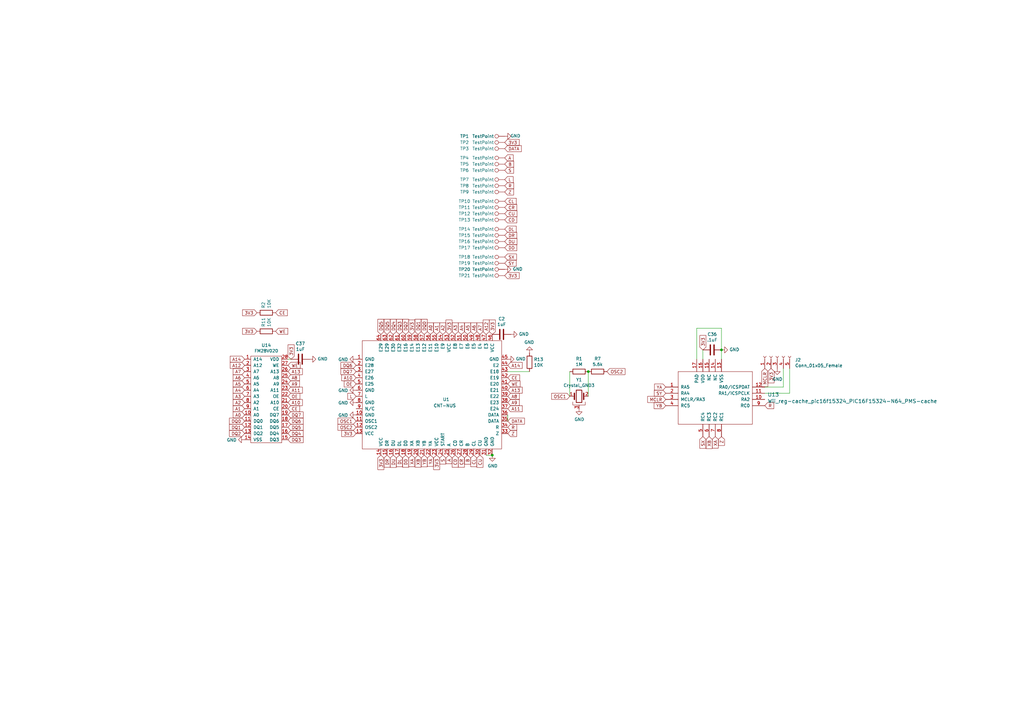
<source format=kicad_sch>
(kicad_sch (version 20231120) (generator "eeschema") (generator_version "8.0")
  (paper "A3")
  (lib_symbols
    (symbol "Connector:TestPoint" (pin_numbers hide) (pin_names (offset 0.762) hide)
      (property "Reference" "TP" (at 0 6.858 0))
      (property "Value" "TestPoint" (at 0 5.08 0))
      (symbol "TestPoint_0_1"
        (circle (center 0 3.302) (radius 0.762))
      )
      (symbol "TestPoint_1_1"
        (pin passive line (at 0 0 90) (length 2.54) (name "1") (number "1"))
      )
    )
    (symbol "Device:C" (pin_numbers hide) (pin_names (offset 0.254))
      (property "Reference" "C" (at 0.635 2.54 0))
      (property "Value" "C" (at 0.635 -2.54 0))
      (symbol "C_0_1"
        (polyline (pts (xy -2.032 -0.762) (xy 2.032 -0.762)) (stroke (width 0.508)))
        (polyline (pts (xy -2.032 0.762) (xy 2.032 0.762)) (stroke (width 0.508)))
      )
      (symbol "C_1_1"
        (pin passive line (at 0 3.81 270) (length 2.794) (name "~") (number "1"))
        (pin passive line (at 0 -3.81 90) (length 2.794) (name "~") (number "2"))
      )
    )
    (symbol "Device:Crystal_GND3" (pin_names (offset 1.016) hide)
      (property "Reference" "Y" (at 0 5.715 0))
      (property "Value" "Crystal_GND3" (at 0 3.81 0))
      (symbol "Crystal_GND3_0_1"
        (rectangle (start -1.143 2.54) (end 1.143 -2.54) (stroke (width 0.3048)))
        (polyline (pts (xy -2.54 0) (xy -1.905 0)))
        (polyline (pts (xy -1.905 -1.27) (xy -1.905 1.27)) (stroke (width 0.508)))
        (polyline (pts (xy 0 -3.81) (xy 0 -3.556)))
        (polyline (pts (xy 1.905 0) (xy 2.54 0)))
        (polyline (pts (xy 1.905 1.27) (xy 1.905 -1.27)) (stroke (width 0.508)))
        (polyline (pts (xy -2.54 -2.286) (xy -2.54 -3.556) (xy 2.54 -3.556) (xy 2.54 -2.286)))
      )
      (symbol "Crystal_GND3_1_1"
        (pin passive line (at -3.81 0 0) (length 1.27) (name "1") (number "1"))
        (pin passive line (at 3.81 0 180) (length 1.27) (name "2") (number "2"))
        (pin passive line (at 0 -5.08 90) (length 1.27) (name "3") (number "3"))
      )
    )
    (symbol "Device:R" (pin_numbers hide) (pin_names (offset 0))
      (property "Reference" "R" (at 2.032 0 90))
      (property "Value" "R" (at 0 0 90))
      (symbol "R_0_1"
        (rectangle (start -1.016 -2.54) (end 1.016 2.54) (stroke (width 0.254)))
      )
      (symbol "R_1_1"
        (pin passive line (at 0 3.81 270) (length 1.27) (name "~") (number "1"))
        (pin passive line (at 0 -3.81 90) (length 1.27) (name "~") (number "2"))
      )
    )
    (symbol "N64SP PCB-rescue:Conn_01x05_Female-Connector" (pin_names (offset 1.016) hide)
      (property "Reference" "J" (at 0 7.62 0))
      (property "Value" "Connector_Conn_01x05_Female" (at 0 -7.62 0))
      (symbol "Conn_01x05_Female-Connector_1_1"
        (arc (start 0 -4.572) (mid -0.5058 -5.08) (end 0 -5.588) (stroke (width 0.1524)))
        (arc (start 0 -2.032) (mid -0.5058 -2.54) (end 0 -3.048) (stroke (width 0.1524)))
        (polyline (pts (xy -1.27 -5.08) (xy -0.508 -5.08)) (stroke (width 0.1524)))
        (polyline (pts (xy -1.27 -2.54) (xy -0.508 -2.54)) (stroke (width 0.1524)))
        (polyline (pts (xy -1.27 0) (xy -0.508 0)) (stroke (width 0.1524)))
        (polyline (pts (xy -1.27 2.54) (xy -0.508 2.54)) (stroke (width 0.1524)))
        (polyline (pts (xy -1.27 5.08) (xy -0.508 5.08)) (stroke (width 0.1524)))
        (arc (start 0 0.508) (mid -0.5058 0) (end 0 -0.508) (stroke (width 0.1524)))
        (arc (start 0 3.048) (mid -0.5058 2.54) (end 0 2.032) (stroke (width 0.1524)))
        (arc (start 0 5.588) (mid -0.5058 5.08) (end 0 4.572) (stroke (width 0.1524)))
        (pin passive line (at -5.08 5.08 0) (length 3.81) (name "Pin_1") (number "1"))
        (pin passive line (at -5.08 2.54 0) (length 3.81) (name "Pin_2") (number "2"))
        (pin passive line (at -5.08 0 0) (length 3.81) (name "Pin_3") (number "3"))
        (pin passive line (at -5.08 -2.54 0) (length 3.81) (name "Pin_4") (number "4"))
        (pin passive line (at -5.08 -5.08 0) (length 3.81) (name "Pin_5") (number "5"))
      )
    )
    (symbol "N64SP-PCB-rescue:16F15324-N64_PMS-cache-N64SP-PCB-rescue" (pin_names (offset 1.016))
      (property "Reference" "U" (at 16.51 10.16 0))
      (property "Value" "16F15324-N64_PMS-cache-N64SP-PCB-rescue" (at 3.81 -2.54 0))
      (symbol "16F15324-N64_PMS-cache-N64SP-PCB-rescue_0_1"
        (rectangle (start -11.43 11.43) (end 19.05 -10.16))
      )
      (symbol "16F15324-N64_PMS-cache-N64SP-PCB-rescue_1_1"
        (pin input line (at -16.51 5.08 0) (length 5.08) (name "RA5") (number "1"))
        (pin input line (at 24.13 0 180) (length 5.08) (name "RA2") (number "10"))
        (pin input line (at 24.13 2.54 180) (length 5.08) (name "RA1/ICSPCLK") (number "11"))
        (pin input line (at 24.13 5.08 180) (length 5.08) (name "RA0/ICSPDAT") (number "12"))
        (pin input line (at 6.35 16.51 270) (length 5.08) (name "VSS") (number "13"))
        (pin input line (at 3.81 16.51 270) (length 5.08) (name "NC") (number "14"))
        (pin input line (at 1.27 16.51 270) (length 5.08) (name "NC") (number "15"))
        (pin input line (at -1.27 16.51 270) (length 5.08) (name "VDD") (number "16"))
        (pin input line (at -3.81 16.51 270) (length 5.08) (name "PAD") (number "17"))
        (pin input line (at -16.51 2.54 0) (length 5.08) (name "RA4") (number "2"))
        (pin input line (at -16.51 0 0) (length 5.08) (name "MCLR/RA3") (number "3"))
        (pin input line (at -16.51 -2.54 0) (length 5.08) (name "RC5") (number "4"))
        (pin input line (at -1.27 -15.24 90) (length 5.08) (name "RC4") (number "5"))
        (pin input line (at 1.27 -15.24 90) (length 5.08) (name "RC3") (number "6"))
        (pin input line (at 3.81 -15.24 90) (length 5.08) (name "RC2") (number "7"))
        (pin input line (at 6.35 -15.24 90) (length 5.08) (name "RC1") (number "8"))
        (pin input line (at 24.13 -2.54 180) (length 5.08) (name "RC0") (number "9"))
      )
    )
    (symbol "N64SP-PCB-rescue:CNT-NUS-N64SP_parts-N64SP-PCB-rescue-N64SP-PCB-rescue" (pin_names (offset 1.016))
      (property "Reference" "U" (at 33.02 -24.13 0))
      (property "Value" "CNT-NUS-N64SP_parts-N64SP-PCB-rescue-N64SP-PCB-rescue" (at 33.02 -21.59 0))
      (symbol "CNT-NUS-N64SP_parts-N64SP-PCB-rescue-N64SP-PCB-rescue_0_1"
        (rectangle (start -29.21 -21.59) (end 27.94 22.86))
      )
      (symbol "CNT-NUS-N64SP_parts-N64SP-PCB-rescue-N64SP-PCB-rescue_1_1"
        (pin input line (at -31.75 15.24 0) (length 2.54) (name "GND") (number "1"))
        (pin input line (at -31.75 -7.62 0) (length 2.54) (name "GND") (number "10"))
        (pin input line (at -31.75 -10.16 0) (length 2.54) (name "OSC1") (number "11"))
        (pin input line (at -31.75 -12.7 0) (length 2.54) (name "OSC2") (number "12"))
        (pin input line (at -31.75 -15.24 0) (length 2.54) (name "VCC") (number "13"))
        (pin input line (at -21.59 -24.13 90) (length 2.54) (name "VCC") (number "14"))
        (pin input line (at -19.05 -24.13 90) (length 2.54) (name "DR") (number "15"))
        (pin input line (at -16.51 -24.13 90) (length 2.54) (name "DU") (number "16"))
        (pin input line (at -13.97 -24.13 90) (length 2.54) (name "DL") (number "17"))
        (pin input line (at -11.43 -24.13 90) (length 2.54) (name "DD") (number "18"))
        (pin input line (at -8.89 -24.13 90) (length 2.54) (name "XA") (number "19"))
        (pin input line (at -31.75 12.7 0) (length 2.54) (name "E28") (number "2"))
        (pin input line (at -6.35 -24.13 90) (length 2.54) (name "XB") (number "20"))
        (pin input line (at -3.81 -24.13 90) (length 2.54) (name "YB") (number "21"))
        (pin input line (at -1.27 -24.13 90) (length 2.54) (name "YA") (number "22"))
        (pin input line (at 1.27 -24.13 90) (length 2.54) (name "VCC") (number "23"))
        (pin input line (at 3.81 -24.13 90) (length 2.54) (name "START") (number "24"))
        (pin input line (at 6.35 -24.13 90) (length 2.54) (name "A") (number "25"))
        (pin input line (at 8.89 -24.13 90) (length 2.54) (name "CD") (number "26"))
        (pin input line (at 11.43 -24.13 90) (length 2.54) (name "CR") (number "27"))
        (pin input line (at 13.97 -24.13 90) (length 2.54) (name "B") (number "28"))
        (pin input line (at 16.51 -24.13 90) (length 2.54) (name "CL") (number "29"))
        (pin input line (at -31.75 10.16 0) (length 2.54) (name "E27") (number "3"))
        (pin input line (at 19.05 -24.13 90) (length 2.54) (name "CU") (number "30"))
        (pin input line (at 21.59 -24.13 90) (length 2.54) (name "GND") (number "31"))
        (pin input line (at 24.13 -24.13 90) (length 2.54) (name "GND") (number "32"))
        (pin input line (at 30.48 -15.24 180) (length 2.54) (name "Z") (number "33"))
        (pin input line (at 30.48 -12.7 180) (length 2.54) (name "R") (number "34"))
        (pin input line (at 30.48 -10.16 180) (length 2.54) (name "DATA") (number "35"))
        (pin input line (at 30.48 -7.62 180) (length 2.54) (name "DATA") (number "36"))
        (pin input line (at 30.48 -5.08 180) (length 2.54) (name "E24") (number "37"))
        (pin input line (at 30.48 -2.54 180) (length 2.54) (name "E23") (number "38"))
        (pin input line (at 30.48 0 180) (length 2.54) (name "E22") (number "39"))
        (pin input line (at -31.75 7.62 0) (length 2.54) (name "E26") (number "4"))
        (pin input line (at 30.48 2.54 180) (length 2.54) (name "E21") (number "40"))
        (pin input line (at 30.48 5.08 180) (length 2.54) (name "E20") (number "41"))
        (pin input line (at 30.48 7.62 180) (length 2.54) (name "E19") (number "42"))
        (pin input line (at 30.48 10.16 180) (length 2.54) (name "E18") (number "43"))
        (pin input line (at 30.48 12.7 180) (length 2.54) (name "E2") (number "44"))
        (pin input line (at 30.48 15.24 180) (length 2.54) (name "GND") (number "45"))
        (pin input line (at 24.13 25.4 270) (length 2.54) (name "VCC") (number "46"))
        (pin input line (at 21.59 25.4 270) (length 2.54) (name "E3") (number "47"))
        (pin input line (at 19.05 25.4 270) (length 2.54) (name "E4") (number "48"))
        (pin input line (at 16.51 25.4 270) (length 2.54) (name "E5") (number "49"))
        (pin input line (at -31.75 5.08 0) (length 2.54) (name "E25") (number "5"))
        (pin input line (at 13.97 25.4 270) (length 2.54) (name "E6") (number "50"))
        (pin input line (at 11.43 25.4 270) (length 2.54) (name "E7") (number "51"))
        (pin input line (at 8.89 25.4 270) (length 2.54) (name "E8") (number "52"))
        (pin input line (at 6.35 25.4 270) (length 2.54) (name "VCC") (number "53"))
        (pin input line (at 3.81 25.4 270) (length 2.54) (name "E9") (number "54"))
        (pin input line (at 1.27 25.4 270) (length 2.54) (name "E10") (number "55"))
        (pin input line (at -1.27 25.4 270) (length 2.54) (name "E11") (number "56"))
        (pin input line (at -3.81 25.4 270) (length 2.54) (name "E12") (number "57"))
        (pin input line (at -6.35 25.4 270) (length 2.54) (name "E13") (number "58"))
        (pin input line (at -8.89 25.4 270) (length 2.54) (name "E14") (number "59"))
        (pin input line (at -31.75 2.54 0) (length 2.54) (name "GND") (number "6"))
        (pin input line (at -11.43 25.4 270) (length 2.54) (name "E16") (number "60"))
        (pin input line (at -13.97 25.4 270) (length 2.54) (name "E32") (number "61"))
        (pin input line (at -16.51 25.4 270) (length 2.54) (name "E30") (number "62"))
        (pin input line (at -19.05 25.4 270) (length 2.54) (name "E29") (number "63"))
        (pin input line (at -21.59 25.4 270) (length 2.54) (name "E29") (number "64"))
        (pin input line (at -31.75 0 0) (length 2.54) (name "L") (number "7"))
        (pin input line (at -31.75 -2.54 0) (length 2.54) (name "GND") (number "8"))
        (pin input line (at -31.75 -5.08 0) (length 2.54) (name "N/C") (number "9"))
      )
    )
    (symbol "N64SP-PCB-rescue:FM28V020-N64SP_parts-N64SP-PCB-rescue-N64SP-PCB-rescue" (pin_names (offset 1.016))
      (property "Reference" "U" (at 0 19.05 0))
      (property "Value" "FM28V020-N64SP_parts-N64SP-PCB-rescue-N64SP-PCB-rescue" (at 0 -19.05 0))
      (symbol "FM28V020-N64SP_parts-N64SP-PCB-rescue-N64SP-PCB-rescue_0_1"
        (rectangle (start -6.35 -17.78) (end 6.35 17.78))
      )
      (symbol "FM28V020-N64SP_parts-N64SP-PCB-rescue-N64SP-PCB-rescue_1_1"
        (pin input line (at -8.89 16.51 0) (length 2.54) (name "A14") (number "1"))
        (pin input line (at -8.89 -6.35 0) (length 2.54) (name "A0") (number "10"))
        (pin input line (at -8.89 -8.89 0) (length 2.54) (name "DQ0") (number "11"))
        (pin input line (at -8.89 -11.43 0) (length 2.54) (name "DQ1") (number "12"))
        (pin input line (at -8.89 -13.97 0) (length 2.54) (name "DQ2") (number "13"))
        (pin input line (at -8.89 -16.51 0) (length 2.54) (name "VSS") (number "14"))
        (pin input line (at 8.89 -16.51 180) (length 2.54) (name "DQ3") (number "15"))
        (pin input line (at 8.89 -13.97 180) (length 2.54) (name "DQ4") (number "16"))
        (pin input line (at 8.89 -11.43 180) (length 2.54) (name "DQ5") (number "17"))
        (pin input line (at 8.89 -8.89 180) (length 2.54) (name "DQ6") (number "18"))
        (pin input line (at 8.89 -6.35 180) (length 2.54) (name "DQ7") (number "19"))
        (pin input line (at -8.89 13.97 0) (length 2.54) (name "A12") (number "2"))
        (pin input line (at 8.89 -3.81 180) (length 2.54) (name "CE") (number "20"))
        (pin input line (at 8.89 -1.27 180) (length 2.54) (name "A10") (number "21"))
        (pin input line (at 8.89 1.27 180) (length 2.54) (name "OE") (number "22"))
        (pin input line (at 8.89 3.81 180) (length 2.54) (name "A11") (number "23"))
        (pin input line (at 8.89 6.35 180) (length 2.54) (name "A9") (number "24"))
        (pin input line (at 8.89 8.89 180) (length 2.54) (name "A8") (number "25"))
        (pin input line (at 8.89 11.43 180) (length 2.54) (name "A13") (number "26"))
        (pin input line (at 8.89 13.97 180) (length 2.54) (name "WE") (number "27"))
        (pin input line (at 8.89 16.51 180) (length 2.54) (name "VDD") (number "28"))
        (pin input line (at -8.89 11.43 0) (length 2.54) (name "A7") (number "3"))
        (pin input line (at -8.89 8.89 0) (length 2.54) (name "A6") (number "4"))
        (pin input line (at -8.89 6.35 0) (length 2.54) (name "A5") (number "5"))
        (pin input line (at -8.89 3.81 0) (length 2.54) (name "A4") (number "6"))
        (pin input line (at -8.89 1.27 0) (length 2.54) (name "A3") (number "7"))
        (pin input line (at -8.89 -1.27 0) (length 2.54) (name "A2") (number "8"))
        (pin input line (at -8.89 -3.81 0) (length 2.54) (name "A1") (number "9"))
      )
    )
    (symbol "power:GND" (power) (pin_names (offset 0))
      (property "Value" "GND" (at 0 -3.81 0))
      (symbol "GND_0_1"
        (polyline (pts (xy 0 0) (xy 0 -1.27) (xy 1.27 -1.27) (xy 0 -2.54) (xy -1.27 -1.27) (xy 0 -1.27)))
      )
      (symbol "GND_1_1"
        (pin power_in line (at 0 0 270) (length 0) hide (name "GND") (number "1"))
      )
    )
  )
  (junction (at 295.91 143.51))
  (junction (at 201.93 186.69))
  (junction (at 241.3 152.4))
  (wire (pts (xy 285.75 134.62) (xy 295.91 134.62)))
  (wire (pts (xy 208.28 172.72) (xy 208.28 170.18)))
  (wire (pts (xy 295.91 147.32) (xy 295.91 143.51)))
  (wire (pts (xy 295.91 134.62) (xy 295.91 143.51)))
  (wire (pts (xy 323.85 161.29) (xy 323.85 151.13)))
  (wire (pts (xy 321.31 158.75) (xy 321.31 151.13)))
  (wire (pts (xy 233.68 162.56) (xy 233.68 152.4)))
  (wire (pts (xy 313.69 158.75) (xy 321.31 158.75)))
  (wire (pts (xy 119.38 147.32) (xy 118.11 147.32)))
  (wire (pts (xy 201.93 186.69) (xy 199.39 186.69)))
  (wire (pts (xy 313.69 161.29) (xy 323.85 161.29)))
  (wire (pts (xy 241.3 162.56) (xy 241.3 152.4)))
  (wire (pts (xy 285.75 147.32) (xy 285.75 134.62)))
  (wire (pts (xy 288.29 147.32) (xy 288.29 143.51)))
  (wire (pts (xy 208.28 152.4) (xy 217.17 152.4)))
  (global_label "Z" (shape input) (at 208.28 177.8 0) (property "Intersheetrefs" "${INTERSHEET_REFS}" (effects (hide yes))))
  (global_label "CU" (shape input) (at 207.01 87.63 0) (property "Intersheetrefs" "${INTERSHEET_REFS}" (effects (hide yes))))
  (global_label "3V3" (shape input) (at 316.23 151.13 270) (property "Intersheetrefs" "${INTERSHEET_REFS}" (effects (hide yes))))
  (global_label "A2" (shape input) (at 181.61 137.16 90) (property "Intersheetrefs" "${INTERSHEET_REFS}" (effects (hide yes))))
  (global_label "CE" (shape input) (at 118.11 167.64 0) (property "Intersheetrefs" "${INTERSHEET_REFS}" (effects (hide yes))))
  (global_label "OSC2" (shape input) (at 146.05 175.26 180) (property "Intersheetrefs" "${INTERSHEET_REFS}" (effects (hide yes))))
  (global_label "DQ3" (shape input) (at 118.11 180.34 0) (property "Intersheetrefs" "${INTERSHEET_REFS}" (effects (hide yes))))
  (global_label "DQ3" (shape input) (at 163.83 137.16 90) (property "Intersheetrefs" "${INTERSHEET_REFS}" (effects (hide yes))))
  (global_label "A3" (shape input) (at 186.69 137.16 90) (property "Intersheetrefs" "${INTERSHEET_REFS}" (effects (hide yes))))
  (global_label "A7" (shape input) (at 196.85 137.16 90) (property "Intersheetrefs" "${INTERSHEET_REFS}" (effects (hide yes))))
  (global_label "DQ5" (shape input) (at 156.21 137.16 90) (property "Intersheetrefs" "${INTERSHEET_REFS}" (effects (hide yes))))
  (global_label "A10" (shape input) (at 146.05 154.94 180) (property "Intersheetrefs" "${INTERSHEET_REFS}" (effects (hide yes))))
  (global_label "A0" (shape input) (at 100.33 170.18 180) (property "Intersheetrefs" "${INTERSHEET_REFS}" (effects (hide yes))))
  (global_label "CL" (shape input) (at 194.31 186.69 270) (property "Intersheetrefs" "${INTERSHEET_REFS}" (effects (hide yes))))
  (global_label "A" (shape input) (at 184.15 186.69 270) (property "Intersheetrefs" "${INTERSHEET_REFS}" (effects (hide yes))))
  (global_label "3V3" (shape input) (at 184.15 137.16 90) (property "Intersheetrefs" "${INTERSHEET_REFS}" (effects (hide yes))))
  (global_label "CR" (shape input) (at 207.01 85.09 0) (property "Intersheetrefs" "${INTERSHEET_REFS}" (effects (hide yes))))
  (global_label "DATA" (shape input) (at 207.01 60.96 0) (property "Intersheetrefs" "${INTERSHEET_REFS}" (effects (hide yes))))
  (global_label "3V3" (shape input) (at 168.91 137.16 90) (property "Intersheetrefs" "${INTERSHEET_REFS}" (effects (hide yes))))
  (global_label "A10" (shape input) (at 118.11 165.1 0) (property "Intersheetrefs" "${INTERSHEET_REFS}" (effects (hide yes))))
  (global_label "DD" (shape input) (at 166.37 186.69 270) (property "Intersheetrefs" "${INTERSHEET_REFS}" (effects (hide yes))))
  (global_label "L" (shape input) (at 207.01 73.66 0) (property "Intersheetrefs" "${INTERSHEET_REFS}" (effects (hide yes))))
  (global_label "OE" (shape input) (at 118.11 162.56 0) (property "Intersheetrefs" "${INTERSHEET_REFS}" (effects (hide yes))))
  (global_label "OSC2" (shape input) (at 248.92 152.4 0) (property "Intersheetrefs" "${INTERSHEET_REFS}" (effects (hide yes))))
  (global_label "DATA" (shape input) (at 208.28 172.72 0) (property "Intersheetrefs" "${INTERSHEET_REFS}" (effects (hide yes))))
  (global_label "B" (shape input) (at 191.77 186.69 270) (property "Intersheetrefs" "${INTERSHEET_REFS}" (effects (hide yes))))
  (global_label "MCLR" (shape input) (at 273.05 163.83 180) (property "Intersheetrefs" "${INTERSHEET_REFS}" (effects (hide yes))))
  (global_label "A4" (shape input) (at 100.33 160.02 180) (property "Intersheetrefs" "${INTERSHEET_REFS}" (effects (hide yes))))
  (global_label "A13" (shape input) (at 118.11 152.4 0) (property "Intersheetrefs" "${INTERSHEET_REFS}" (effects (hide yes))))
  (global_label "B" (shape input) (at 207.01 67.31 0) (property "Intersheetrefs" "${INTERSHEET_REFS}" (effects (hide yes))))
  (global_label "DQ5" (shape input) (at 118.11 175.26 0) (property "Intersheetrefs" "${INTERSHEET_REFS}" (effects (hide yes))))
  (global_label "CU" (shape input) (at 196.85 186.69 270) (property "Intersheetrefs" "${INTERSHEET_REFS}" (effects (hide yes))))
  (global_label "OSC1" (shape input) (at 146.05 172.72 180) (property "Intersheetrefs" "${INTERSHEET_REFS}" (effects (hide yes))))
  (global_label "DQ0" (shape input) (at 100.33 172.72 180) (property "Intersheetrefs" "${INTERSHEET_REFS}" (effects (hide yes))))
  (global_label "A9" (shape input) (at 118.11 157.48 0) (property "Intersheetrefs" "${INTERSHEET_REFS}" (effects (hide yes))))
  (global_label "A8" (shape input) (at 118.11 154.94 0) (property "Intersheetrefs" "${INTERSHEET_REFS}" (effects (hide yes))))
  (global_label "CR" (shape input) (at 189.23 186.69 270) (property "Intersheetrefs" "${INTERSHEET_REFS}" (effects (hide yes))))
  (global_label "CE" (shape input) (at 113.03 128.27 0) (property "Intersheetrefs" "${INTERSHEET_REFS}" (effects (hide yes))))
  (global_label "DQ1" (shape input) (at 171.45 137.16 90) (property "Intersheetrefs" "${INTERSHEET_REFS}" (effects (hide yes))))
  (global_label "SY" (shape input) (at 273.05 161.29 180) (property "Intersheetrefs" "${INTERSHEET_REFS}" (effects (hide yes))))
  (global_label "CD" (shape input) (at 186.69 186.69 270) (property "Intersheetrefs" "${INTERSHEET_REFS}" (effects (hide yes))))
  (global_label "DQ1" (shape input) (at 100.33 175.26 180) (property "Intersheetrefs" "${INTERSHEET_REFS}" (effects (hide yes))))
  (global_label "DL" (shape input) (at 207.01 93.98 0) (property "Intersheetrefs" "${INTERSHEET_REFS}" (effects (hide yes))))
  (global_label "Z" (shape input) (at 295.91 179.07 270) (property "Intersheetrefs" "${INTERSHEET_REFS}" (effects (hide yes))))
  (global_label "DQ2" (shape input) (at 100.33 177.8 180) (property "Intersheetrefs" "${INTERSHEET_REFS}" (effects (hide yes))))
  (global_label "A1" (shape input) (at 100.33 167.64 180) (property "Intersheetrefs" "${INTERSHEET_REFS}" (effects (hide yes))))
  (global_label "OE" (shape input) (at 146.05 157.48 180) (property "Intersheetrefs" "${INTERSHEET_REFS}" (effects (hide yes))))
  (global_label "R" (shape input) (at 313.69 166.37 0) (property "Intersheetrefs" "${INTERSHEET_REFS}" (effects (hide yes))))
  (global_label "A11" (shape input) (at 208.28 167.64 0) (property "Intersheetrefs" "${INTERSHEET_REFS}" (effects (hide yes))))
  (global_label "A1" (shape input) (at 179.07 137.16 90) (property "Intersheetrefs" "${INTERSHEET_REFS}" (effects (hide yes))))
  (global_label "A4" (shape input) (at 189.23 137.16 90) (property "Intersheetrefs" "${INTERSHEET_REFS}" (effects (hide yes))))
  (global_label "A8" (shape input) (at 208.28 162.56 0) (property "Intersheetrefs" "${INTERSHEET_REFS}" (effects (hide yes))))
  (global_label "3V3" (shape input) (at 201.93 137.16 90) (property "Intersheetrefs" "${INTERSHEET_REFS}" (effects (hide yes))))
  (global_label "YA" (shape input) (at 176.53 186.69 270) (property "Intersheetrefs" "${INTERSHEET_REFS}" (effects (hide yes))))
  (global_label "3V3" (shape input) (at 207.01 113.03 0) (property "Intersheetrefs" "${INTERSHEET_REFS}" (effects (hide yes))))
  (global_label "DR" (shape input) (at 207.01 96.52 0) (property "Intersheetrefs" "${INTERSHEET_REFS}" (effects (hide yes))))
  (global_label "A7" (shape input) (at 100.33 152.4 180) (property "Intersheetrefs" "${INTERSHEET_REFS}" (effects (hide yes))))
  (global_label "DU" (shape input) (at 161.29 186.69 270) (property "Intersheetrefs" "${INTERSHEET_REFS}" (effects (hide yes))))
  (global_label "R" (shape input) (at 207.01 76.2 0) (property "Intersheetrefs" "${INTERSHEET_REFS}" (effects (hide yes))))
  (global_label "DQ4" (shape input) (at 118.11 177.8 0) (property "Intersheetrefs" "${INTERSHEET_REFS}" (effects (hide yes))))
  (global_label "A12" (shape input) (at 100.33 149.86 180) (property "Intersheetrefs" "${INTERSHEET_REFS}" (effects (hide yes))))
  (global_label "3V3" (shape input) (at 146.05 177.8 180) (property "Intersheetrefs" "${INTERSHEET_REFS}" (effects (hide yes))))
  (global_label "L" (shape input) (at 146.05 162.56 180) (property "Intersheetrefs" "${INTERSHEET_REFS}" (effects (hide yes))))
  (global_label "A0" (shape input) (at 176.53 137.16 90) (property "Intersheetrefs" "${INTERSHEET_REFS}" (effects (hide yes))))
  (global_label "DU" (shape input) (at 207.01 99.06 0) (property "Intersheetrefs" "${INTERSHEET_REFS}" (effects (hide yes))))
  (global_label "SX" (shape input) (at 207.01 105.41 0) (property "Intersheetrefs" "${INTERSHEET_REFS}" (effects (hide yes))))
  (global_label "DQ6" (shape input) (at 146.05 149.86 180) (property "Intersheetrefs" "${INTERSHEET_REFS}" (effects (hide yes))))
  (global_label "A14" (shape input) (at 208.28 149.86 0) (property "Intersheetrefs" "${INTERSHEET_REFS}" (effects (hide yes))))
  (global_label "R" (shape input) (at 208.28 175.26 0) (property "Intersheetrefs" "${INTERSHEET_REFS}" (effects (hide yes))))
  (global_label "3V3" (shape input) (at 105.41 135.89 180) (property "Intersheetrefs" "${INTERSHEET_REFS}" (effects (hide yes))))
  (global_label "YB" (shape input) (at 273.05 166.37 180) (property "Intersheetrefs" "${INTERSHEET_REFS}" (effects (hide yes))))
  (global_label "DQ7" (shape input) (at 118.11 170.18 0) (property "Intersheetrefs" "${INTERSHEET_REFS}" (effects (hide yes))))
  (global_label "OSC1" (shape input) (at 233.68 162.56 180) (property "Intersheetrefs" "${INTERSHEET_REFS}" (effects (hide yes))))
  (global_label "CL" (shape input) (at 207.01 82.55 0) (property "Intersheetrefs" "${INTERSHEET_REFS}" (effects (hide yes))))
  (global_label "A5" (shape input) (at 191.77 137.16 90) (property "Intersheetrefs" "${INTERSHEET_REFS}" (effects (hide yes))))
  (global_label "A11" (shape input) (at 118.11 160.02 0) (property "Intersheetrefs" "${INTERSHEET_REFS}" (effects (hide yes))))
  (global_label "CE" (shape input) (at 208.28 154.94 0) (property "Intersheetrefs" "${INTERSHEET_REFS}" (effects (hide yes))))
  (global_label "A5" (shape input) (at 100.33 157.48 180) (property "Intersheetrefs" "${INTERSHEET_REFS}" (effects (hide yes))))
  (global_label "A14" (shape input) (at 100.33 147.32 180) (property "Intersheetrefs" "${INTERSHEET_REFS}" (effects (hide yes))))
  (global_label "DL" (shape input) (at 163.83 186.69 270) (property "Intersheetrefs" "${INTERSHEET_REFS}" (effects (hide yes))))
  (global_label "DQ2" (shape input) (at 166.37 137.16 90) (property "Intersheetrefs" "${INTERSHEET_REFS}" (effects (hide yes))))
  (global_label "XB" (shape input) (at 290.83 179.07 270) (property "Intersheetrefs" "${INTERSHEET_REFS}" (effects (hide yes))))
  (global_label "A" (shape input) (at 207.01 64.77 0) (property "Intersheetrefs" "${INTERSHEET_REFS}" (effects (hide yes))))
  (global_label "S" (shape input) (at 181.61 186.69 270) (property "Intersheetrefs" "${INTERSHEET_REFS}" (effects (hide yes))))
  (global_label "DQ0" (shape input) (at 173.99 137.16 90) (property "Intersheetrefs" "${INTERSHEET_REFS}" (effects (hide yes))))
  (global_label "XB" (shape input) (at 171.45 186.69 270) (property "Intersheetrefs" "${INTERSHEET_REFS}" (effects (hide yes))))
  (global_label "S" (shape input) (at 207.01 69.85 0) (property "Intersheetrefs" "${INTERSHEET_REFS}" (effects (hide yes))))
  (global_label "A12" (shape input) (at 199.39 137.16 90) (property "Intersheetrefs" "${INTERSHEET_REFS}" (effects (hide yes))))
  (global_label "A9" (shape input) (at 208.28 165.1 0) (property "Intersheetrefs" "${INTERSHEET_REFS}" (effects (hide yes))))
  (global_label "XA" (shape input) (at 168.91 186.69 270) (property "Intersheetrefs" "${INTERSHEET_REFS}" (effects (hide yes))))
  (global_label "DQ4" (shape input) (at 161.29 137.16 90) (property "Intersheetrefs" "${INTERSHEET_REFS}" (effects (hide yes))))
  (global_label "XA" (shape input) (at 293.37 179.07 270) (property "Intersheetrefs" "${INTERSHEET_REFS}" (effects (hide yes))))
  (global_label "DQ6" (shape input) (at 118.11 172.72 0) (property "Intersheetrefs" "${INTERSHEET_REFS}" (effects (hide yes))))
  (global_label "WE" (shape input) (at 113.03 135.89 0) (property "Intersheetrefs" "${INTERSHEET_REFS}" (effects (hide yes))))
  (global_label "A13" (shape input) (at 208.28 160.02 0) (property "Intersheetrefs" "${INTERSHEET_REFS}" (effects (hide yes))))
  (global_label "DR" (shape input) (at 158.75 186.69 270) (property "Intersheetrefs" "${INTERSHEET_REFS}" (effects (hide yes))))
  (global_label "CD" (shape input) (at 207.01 90.17 0) (property "Intersheetrefs" "${INTERSHEET_REFS}" (effects (hide yes))))
  (global_label "SY" (shape input) (at 207.01 107.95 0) (property "Intersheetrefs" "${INTERSHEET_REFS}" (effects (hide yes))))
  (global_label "WE" (shape input) (at 118.11 149.86 0) (property "Intersheetrefs" "${INTERSHEET_REFS}" (effects (hide yes))))
  (global_label "DQ5" (shape input) (at 158.75 137.16 90) (property "Intersheetrefs" "${INTERSHEET_REFS}" (effects (hide yes))))
  (global_label "3V3" (shape input) (at 119.38 147.32 90) (property "Intersheetrefs" "${INTERSHEET_REFS}" (effects (hide yes))))
  (global_label "3V3" (shape input) (at 179.07 186.69 270) (property "Intersheetrefs" "${INTERSHEET_REFS}" (effects (hide yes))))
  (global_label "SX" (shape input) (at 288.29 179.07 270) (property "Intersheetrefs" "${INTERSHEET_REFS}" (effects (hide yes))))
  (global_label "A6" (shape input) (at 100.33 154.94 180) (property "Intersheetrefs" "${INTERSHEET_REFS}" (effects (hide yes))))
  (global_label "WE" (shape input) (at 208.28 157.48 0) (property "Intersheetrefs" "${INTERSHEET_REFS}" (effects (hide yes))))
  (global_label "A2" (shape input) (at 100.33 165.1 180) (property "Intersheetrefs" "${INTERSHEET_REFS}" (effects (hide yes))))
  (global_label "MCLR" (shape input) (at 313.69 151.13 270) (property "Intersheetrefs" "${INTERSHEET_REFS}" (effects (hide yes))))
  (global_label "3V3" (shape input) (at 105.41 128.27 180) (property "Intersheetrefs" "${INTERSHEET_REFS}" (effects (hide yes))))
  (global_label "A6" (shape input) (at 194.31 137.16 90) (property "Intersheetrefs" "${INTERSHEET_REFS}" (effects (hide yes))))
  (global_label "DD" (shape input) (at 207.01 101.6 0) (property "Intersheetrefs" "${INTERSHEET_REFS}" (effects (hide yes))))
  (global_label "DQ7" (shape input) (at 146.05 152.4 180) (property "Intersheetrefs" "${INTERSHEET_REFS}" (effects (hide yes))))
  (global_label "A3" (shape input) (at 100.33 162.56 180) (property "Intersheetrefs" "${INTERSHEET_REFS}" (effects (hide yes))))
  (global_label "YB" (shape input) (at 173.99 186.69 270) (property "Intersheetrefs" "${INTERSHEET_REFS}" (effects (hide yes))))
  (global_label "YA" (shape input) (at 273.05 158.75 180) (property "Intersheetrefs" "${INTERSHEET_REFS}" (effects (hide yes))))
  (global_label "3V3" (shape input) (at 156.21 186.69 270) (property "Intersheetrefs" "${INTERSHEET_REFS}" (effects (hide yes))))
  (global_label "3V3" (shape input) (at 288.29 143.51 90) (property "Intersheetrefs" "${INTERSHEET_REFS}" (effects (hide yes))))
  (global_label "3V3" (shape input) (at 207.01 58.42 0) (property "Intersheetrefs" "${INTERSHEET_REFS}" (effects (hide yes))))
  (global_label "Z" (shape input) (at 207.01 78.74 0) (property "Intersheetrefs" "${INTERSHEET_REFS}" (effects (hide yes))))
  (symbol (lib_id "power:GND") (at 207.01 55.88 90) (unit 1)
    (property "Reference" "#PWR0135" (effects (hide yes)))
    (property "Value" "GND" (at 211.4042 55.753 90))
  )
  (symbol (lib_id "Device:C") (at 205.74 137.16 270) (unit 1)
    (property "Reference" "C2" (at 205.74 130.7592 90))
    (property "Value" "1uF" (at 205.74 133.0706 90))
    (property "Footprint" "GCPLUS2_4LAYER:C_0402_custom" (effects (hide yes)))
  )
  (symbol (lib_id "power:GND") (at 209.55 137.16 90) (unit 1)
    (property "Reference" "#PWR0129" (effects (hide yes)))
    (property "Value" "GND" (at 212.8012 137.033 90) (effects (justify right)))
  )
  (symbol (lib_id "N64SP-PCB-rescue:CNT-NUS-N64SP_parts-N64SP-PCB-rescue-N64SP-PCB-rescue") (at 177.8 162.56 0) (unit 1)
    (property "Reference" "U1" (at 181.61 163.83 0) (effects (justify left)))
    (property "Value" "CNT-NUS" (at 177.8 166.37 0) (effects (justify left)))
    (property "Footprint" "N64SP PCB V2_footprints:CNT-NUS" (effects (hide yes)))
  )
  (symbol (lib_id "Device:Crystal_GND3") (at 237.49 162.56 0) (unit 1)
    (property "Reference" "Y1" (at 237.49 155.7528 0))
    (property "Value" "Crystal_GND3" (at 237.49 158.0642 0))
    (property "Footprint" "N64SP PCB V2_footprints:NUS-OSC" (effects (hide yes)))
  )
  (symbol (lib_id "power:GND") (at 237.49 167.64 0) (unit 1)
    (property "Reference" "#PWR0114" (effects (hide yes)))
    (property "Value" "GND" (at 237.617 172.0342 0))
  )
  (symbol (lib_id "Device:R") (at 237.49 152.4 270) (unit 1)
    (property "Reference" "R1" (at 237.49 147.1422 90))
    (property "Value" "1M" (at 237.49 149.4536 90))
    (property "Footprint" "GCPLUS2_4LAYER:R_0402_custom" (effects (hide yes)))
  )
  (symbol (lib_id "N64SP-PCB-rescue:16F15324-N64_PMS-cache-N64SP-PCB-rescue") (at 289.56 163.83 0) (unit 1)
    (property "Reference" "U13" (at 314.8076 161.8488 0) (effects (font (size 1.524 1.524)) (justify left)))
    (property "Value" "Wii_reg-cache_pic16f15324_PIC16F15324-N64_PMS-cache" (at 314.8076 164.5412 0) (effects (font (size 1.524 1.524)) (justify left)))
    (property "Footprint" "Package_DFN_QFN:QFN-16-1EP_4x4mm_P0.65mm_EP2.1x2.1mm" (effects (hide yes)))
  )
  (symbol (lib_id "Device:C") (at 292.1 143.51 270) (unit 1)
    (property "Reference" "C36" (at 292.1 137.1092 90))
    (property "Value" ".1uF" (at 292.1 139.4206 90))
    (property "Footprint" "GCPLUS2_4LAYER:C_0402_custom" (effects (hide yes)))
  )
  (symbol (lib_id "Device:R") (at 245.11 152.4 270) (unit 1)
    (property "Reference" "R7" (at 245.11 147.1422 90))
    (property "Value" "5.6k" (at 245.11 149.4536 90))
    (property "Footprint" "GCPLUS2_4LAYER:R_0402_custom" (effects (hide yes)))
  )
  (symbol (lib_id "power:GND") (at 295.91 143.51 90) (unit 1)
    (property "Reference" "#PWR0139" (effects (hide yes)))
    (property "Value" "GND" (at 299.1612 143.383 90) (effects (justify right)))
  )
  (symbol (lib_id "power:GND") (at 146.05 147.32 270) (unit 1)
    (property "Reference" "#PWR0119" (effects (hide yes)))
    (property "Value" "GND" (at 142.7988 147.447 90) (effects (justify right)))
  )
  (symbol (lib_id "power:GND") (at 146.05 160.02 270) (unit 1)
    (property "Reference" "#PWR0128" (effects (hide yes)))
    (property "Value" "GND" (at 142.7988 160.147 90) (effects (justify right)))
  )
  (symbol (lib_id "power:GND") (at 146.05 165.1 270) (unit 1)
    (property "Reference" "#PWR0130" (effects (hide yes)))
    (property "Value" "GND" (at 142.7988 165.227 90) (effects (justify right)))
  )
  (symbol (lib_id "power:GND") (at 146.05 170.18 270) (unit 1)
    (property "Reference" "#PWR0136" (effects (hide yes)))
    (property "Value" "GND" (at 142.7988 170.307 90) (effects (justify right)))
  )
  (symbol (lib_id "N64SP PCB-rescue:Conn_01x05_Female-Connector") (at 318.77 146.05 90) (unit 1)
    (property "Reference" "J2" (at 326.0852 147.6248 90) (effects (justify right)))
    (property "Value" "Conn_01x05_Female" (at 326.0852 149.9362 90) (effects (justify right)))
    (property "Footprint" "Connector_PinHeader_2.54mm:PinHeader_1x05_P2.54mm_Vertical" (effects (hide yes)))
  )
  (symbol (lib_id "power:GND") (at 201.93 186.69 0) (unit 1)
    (property "Reference" "#PWR0137" (effects (hide yes)))
    (property "Value" "GND" (at 202.057 191.0842 0))
  )
  (symbol (lib_id "power:GND") (at 208.28 147.32 90) (unit 1)
    (property "Reference" "#PWR0138" (effects (hide yes)))
    (property "Value" "GND" (at 211.5312 147.193 90) (effects (justify right)))
  )
  (symbol (lib_id "power:GND") (at 318.77 151.13 0) (unit 1)
    (property "Reference" "#PWR0140" (effects (hide yes)))
    (property "Value" "GND" (at 318.897 155.5242 0))
  )
  (symbol (lib_id "Device:R") (at 109.22 135.89 90) (unit 1)
    (property "Reference" "R11" (at 108.0516 134.112 0) (effects (justify left)))
    (property "Value" "10K" (at 110.363 134.112 0) (effects (justify left)))
    (property "Footprint" "GCPLUS2_4LAYER:R_0402_custom" (effects (hide yes)))
  )
  (symbol (lib_id "Device:R") (at 217.17 148.59 0) (unit 1)
    (property "Reference" "R13" (at 218.948 147.4216 0) (effects (justify left)))
    (property "Value" "10K" (at 218.948 149.733 0) (effects (justify left)))
    (property "Footprint" "GCPLUS2_4LAYER:R_0402_custom" (effects (hide yes)))
  )
  (symbol (lib_id "power:GND") (at 217.17 144.78 180) (unit 1)
    (property "Reference" "#PWR0145" (effects (hide yes)))
    (property "Value" "GND" (at 217.043 140.3858 0))
  )
  (symbol (lib_id "N64SP-PCB-rescue:FM28V020-N64SP_parts-N64SP-PCB-rescue-N64SP-PCB-rescue") (at 109.22 163.83 0) (unit 1)
    (property "Reference" "U14" (at 109.22 141.605 0))
    (property "Value" "FM28V020" (at 109.22 143.9164 0))
    (property "Footprint" "Package_SO:SOIC-28W_7.5x17.9mm_P1.27mm" (effects (hide yes)))
  )
  (symbol (lib_id "power:GND") (at 100.33 180.34 270) (unit 1)
    (property "Reference" "#PWR0142" (effects (hide yes)))
    (property "Value" "GND" (at 97.0788 180.467 90) (effects (justify right)))
  )
  (symbol (lib_id "Device:C") (at 123.19 147.32 270) (unit 1)
    (property "Reference" "C37" (at 123.19 140.9192 90))
    (property "Value" "1uF" (at 123.19 143.2306 90))
    (property "Footprint" "GCPLUS2_4LAYER:C_0402_custom" (effects (hide yes)))
  )
  (symbol (lib_id "power:GND") (at 127 147.32 90) (unit 1)
    (property "Reference" "#PWR0143" (effects (hide yes)))
    (property "Value" "GND" (at 130.2512 147.193 90) (effects (justify right)))
  )
  (symbol (lib_id "Device:R") (at 109.22 128.27 90) (unit 1)
    (property "Reference" "R2" (at 108.0516 126.492 0) (effects (justify left)))
    (property "Value" "10K" (at 110.363 126.492 0) (effects (justify left)))
    (property "Footprint" "GCPLUS2_4LAYER:R_0402_custom" (effects (hide yes)))
  )
  (symbol (lib_id "power:GND") (at 207.01 110.49 90) (unit 1)
    (property "Reference" "#PWR0101" (effects (hide yes)))
    (property "Value" "GND" (at 210.2612 110.363 90) (effects (justify right)))
  )
  (symbol (lib_id "Connector:TestPoint") (at 207.01 55.88 90) (unit 1)
    (property "Reference" "TP1" (at 190.5 55.88 90))
    (property "Value" "TestPoint" (at 198.12 55.88 90))
    (property "Footprint" "GCPLUS2_4LAYER:pad_castellated1" (effects (hide yes)))
  )
  (symbol (lib_id "Connector:TestPoint") (at 207.01 58.42 90) (unit 1)
    (property "Reference" "TP2" (at 190.5 58.42 90))
    (property "Value" "TestPoint" (at 198.12 58.42 90))
    (property "Footprint" "GCPLUS2_4LAYER:pad_castellated1" (effects (hide yes)))
  )
  (symbol (lib_id "Connector:TestPoint") (at 207.01 60.96 90) (unit 1)
    (property "Reference" "TP3" (at 190.5 60.96 90))
    (property "Value" "TestPoint" (at 198.12 60.96 90))
    (property "Footprint" "GCPLUS2_4LAYER:pad_castellated1" (effects (hide yes)))
  )
  (symbol (lib_id "Connector:TestPoint") (at 207.01 64.77 90) (unit 1)
    (property "Reference" "TP4" (at 190.5 64.77 90))
    (property "Value" "TestPoint" (at 198.12 64.77 90))
    (property "Footprint" "GCPLUS2_4LAYER:pad_castellated1" (effects (hide yes)))
  )
  (symbol (lib_id "Connector:TestPoint") (at 207.01 67.31 90) (unit 1)
    (property "Reference" "TP5" (at 190.5 67.31 90))
    (property "Value" "TestPoint" (at 198.12 67.31 90))
    (property "Footprint" "GCPLUS2_4LAYER:pad_castellated1" (effects (hide yes)))
  )
  (symbol (lib_id "Connector:TestPoint") (at 207.01 73.66 90) (unit 1)
    (property "Reference" "TP7" (at 190.5 73.66 90))
    (property "Value" "TestPoint" (at 198.12 73.66 90))
    (property "Footprint" "GCPLUS2_4LAYER:pad_castellated1" (effects (hide yes)))
  )
  (symbol (lib_id "Connector:TestPoint") (at 207.01 76.2 90) (unit 1)
    (property "Reference" "TP8" (at 190.5 76.2 90))
    (property "Value" "TestPoint" (at 198.12 76.2 90))
    (property "Footprint" "GCPLUS2_4LAYER:pad_castellated1" (effects (hide yes)))
  )
  (symbol (lib_id "Connector:TestPoint") (at 207.01 82.55 90) (unit 1)
    (property "Reference" "TP10" (at 190.5 82.55 90))
    (property "Value" "TestPoint" (at 198.12 82.55 90))
    (property "Footprint" "GCPLUS2_4LAYER:pad_castellated1" (effects (hide yes)))
  )
  (symbol (lib_id "Connector:TestPoint") (at 207.01 85.09 90) (unit 1)
    (property "Reference" "TP11" (at 190.5 85.09 90))
    (property "Value" "TestPoint" (at 198.12 85.09 90))
    (property "Footprint" "GCPLUS2_4LAYER:pad_castellated1" (effects (hide yes)))
  )
  (symbol (lib_id "Connector:TestPoint") (at 207.01 87.63 90) (unit 1)
    (property "Reference" "TP12" (at 190.5 87.63 90))
    (property "Value" "TestPoint" (at 198.12 87.63 90))
    (property "Footprint" "GCPLUS2_4LAYER:pad_castellated1" (effects (hide yes)))
  )
  (symbol (lib_id "Connector:TestPoint") (at 207.01 90.17 90) (unit 1)
    (property "Reference" "TP13" (at 190.5 90.17 90))
    (property "Value" "TestPoint" (at 198.12 90.17 90))
    (property "Footprint" "GCPLUS2_4LAYER:pad_castellated1" (effects (hide yes)))
  )
  (symbol (lib_id "Connector:TestPoint") (at 207.01 93.98 90) (unit 1)
    (property "Reference" "TP14" (at 190.5 93.98 90))
    (property "Value" "TestPoint" (at 198.12 93.98 90))
    (property "Footprint" "GCPLUS2_4LAYER:pad_castellated1" (effects (hide yes)))
  )
  (symbol (lib_id "Connector:TestPoint") (at 207.01 96.52 90) (unit 1)
    (property "Reference" "TP15" (at 190.5 96.52 90))
    (property "Value" "TestPoint" (at 198.12 96.52 90))
    (property "Footprint" "GCPLUS2_4LAYER:pad_castellated1" (effects (hide yes)))
  )
  (symbol (lib_id "Connector:TestPoint") (at 207.01 99.06 90) (unit 1)
    (property "Reference" "TP16" (at 190.5 99.06 90))
    (property "Value" "TestPoint" (at 198.12 99.06 90))
    (property "Footprint" "GCPLUS2_4LAYER:pad_castellated1" (effects (hide yes)))
  )
  (symbol (lib_id "Connector:TestPoint") (at 207.01 101.6 90) (unit 1)
    (property "Reference" "TP17" (at 190.5 101.6 90))
    (property "Value" "TestPoint" (at 198.12 101.6 90))
    (property "Footprint" "GCPLUS2_4LAYER:pad_castellated1" (effects (hide yes)))
  )
  (symbol (lib_id "Connector:TestPoint") (at 207.01 105.41 90) (unit 1)
    (property "Reference" "TP18" (at 190.5 105.41 90))
    (property "Value" "TestPoint" (at 198.12 105.41 90))
    (property "Footprint" "GCPLUS2_4LAYER:pad_castellated1" (effects (hide yes)))
  )
  (symbol (lib_id "Connector:TestPoint") (at 207.01 107.95 90) (unit 1)
    (property "Reference" "TP19" (at 190.5 107.95 90))
    (property "Value" "TestPoint" (at 198.12 107.95 90))
    (property "Footprint" "GCPLUS2_4LAYER:pad_castellated1" (effects (hide yes)))
  )
  (symbol (lib_id "Connector:TestPoint") (at 207.01 110.49 90) (unit 1)
    (property "Reference" "TP20" (at 190.5 110.49 90))
    (property "Value" "TestPoint" (at 198.12 110.49 90))
    (property "Footprint" "GCPLUS2_4LAYER:pad_castellated1" (effects (hide yes)))
  )
  (symbol (lib_id "Connector:TestPoint") (at 207.01 113.03 90) (unit 1)
    (property "Reference" "TP21" (at 190.5 113.03 90))
    (property "Value" "TestPoint" (at 198.12 113.03 90))
    (property "Footprint" "GCPLUS2_4LAYER:pad_castellated1" (effects (hide yes)))
  )
  (symbol (lib_id "Connector:TestPoint") (at 207.01 69.85 90) (unit 1)
    (property "Reference" "TP6" (at 190.5 69.85 90))
    (property "Value" "TestPoint" (at 198.12 69.85 90))
    (property "Footprint" "GCPLUS2_4LAYER:pad_castellated1" (effects (hide yes)))
  )
  (symbol (lib_id "Connector:TestPoint") (at 207.01 78.74 90) (unit 1)
    (property "Reference" "TP9" (at 190.5 78.74 90))
    (property "Value" "TestPoint" (at 198.12 78.74 90))
    (property "Footprint" "GCPLUS2_4LAYER:pad_castellated1" (effects (hide yes)))
  )
)
</source>
